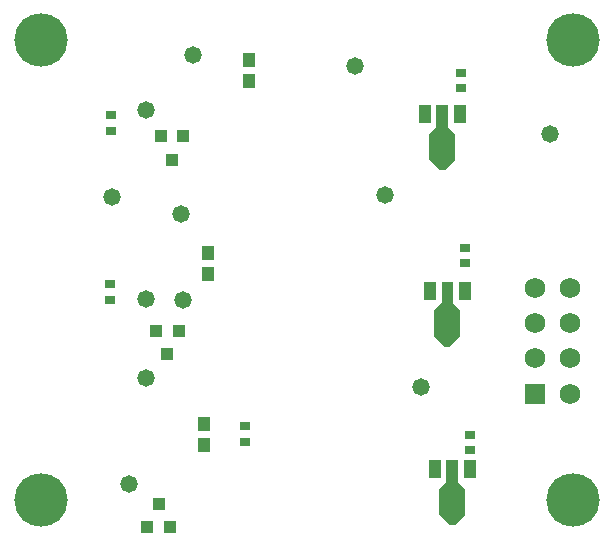
<source format=gbr>
G04*
G04 #@! TF.GenerationSoftware,Altium Limited,Altium Designer,22.4.2 (48)*
G04*
G04 Layer_Color=16711935*
%FSLAX25Y25*%
%MOIN*%
G70*
G04*
G04 #@! TF.SameCoordinates,96A84167-8CB8-41EC-8849-8989CCC38216*
G04*
G04*
G04 #@! TF.FilePolarity,Negative*
G04*
G01*
G75*
%ADD13C,0.17800*%
%ADD14C,0.06824*%
%ADD15R,0.06824X0.06824*%
%ADD16C,0.05800*%
%ADD22R,0.03197X0.02975*%
%ADD24R,0.03985X0.04550*%
%ADD25R,0.03937X0.05906*%
%ADD26C,0.07795*%
%ADD27R,0.03394X0.02985*%
%ADD28R,0.03950X0.04343*%
G36*
X642869Y124337D02*
X645231Y121975D01*
Y113314D01*
X641687Y109771D01*
X640113D01*
X636569Y113314D01*
Y121975D01*
X638932Y124337D01*
Y131424D01*
X642869D01*
Y124337D01*
D02*
G37*
G36*
X641268Y183864D02*
X643631Y181502D01*
Y172841D01*
X640087Y169297D01*
X638513D01*
X634969Y172841D01*
Y181502D01*
X637331Y183864D01*
Y190951D01*
X641268D01*
Y183864D01*
D02*
G37*
G36*
X639569Y242664D02*
X641931Y240302D01*
Y231641D01*
X638387Y228097D01*
X636813D01*
X633269Y231641D01*
Y240302D01*
X635632Y242664D01*
Y249751D01*
X639569D01*
Y242664D01*
D02*
G37*
D13*
X681102Y118110D02*
D03*
X503937D02*
D03*
Y271654D02*
D03*
X681102D02*
D03*
D14*
X680300Y189000D02*
D03*
X668489D02*
D03*
X680300Y177189D02*
D03*
X668489D02*
D03*
X680300Y153567D02*
D03*
Y165378D02*
D03*
X668489D02*
D03*
D15*
Y153567D02*
D03*
D16*
X538976Y248228D02*
D03*
X551181Y184941D02*
D03*
X550591Y213386D02*
D03*
X630512Y156004D02*
D03*
X618504Y219980D02*
D03*
X608563Y262795D02*
D03*
X554626Y266535D02*
D03*
X538681Y185335D02*
D03*
X538878Y158957D02*
D03*
X533071Y123425D02*
D03*
X527362Y219291D02*
D03*
X673524Y240059D02*
D03*
D22*
X526772Y184743D02*
D03*
Y190060D02*
D03*
X527264Y246457D02*
D03*
Y241140D02*
D03*
X571850Y137400D02*
D03*
Y142718D02*
D03*
D24*
X558303Y143363D02*
D03*
Y136471D02*
D03*
X573327Y264765D02*
D03*
Y257873D02*
D03*
X559600Y200377D02*
D03*
Y193485D02*
D03*
D25*
X646805Y128471D02*
D03*
X634995D02*
D03*
X633394Y187998D02*
D03*
X645205D02*
D03*
X643505Y246798D02*
D03*
X631695D02*
D03*
D26*
X640900Y119573D02*
D03*
X639300Y179100D02*
D03*
X637600Y237900D02*
D03*
D27*
X643900Y260400D02*
D03*
Y255463D02*
D03*
X645100Y202168D02*
D03*
Y197231D02*
D03*
X646800Y139700D02*
D03*
Y134763D02*
D03*
D28*
X543701Y239469D02*
D03*
X551181D02*
D03*
X547441Y231594D02*
D03*
X546791Y109045D02*
D03*
X539311D02*
D03*
X543051Y116919D02*
D03*
X542224Y174606D02*
D03*
X549705D02*
D03*
X545965Y166732D02*
D03*
M02*

</source>
